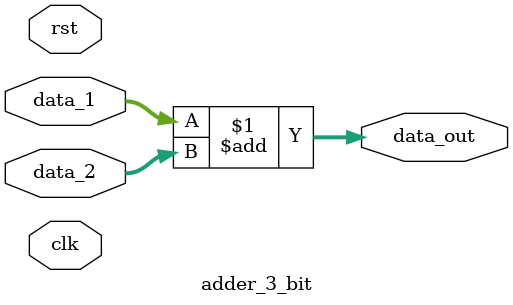
<source format=v>
module adder_3_bit(clk,rst,data_1,data_2,data_out);
input clk,rst;
input [7:0] data_1;
input [7:0] data_2;
output [7:0] data_out;
assign data_out=data_1+data_2;
endmodule
</source>
